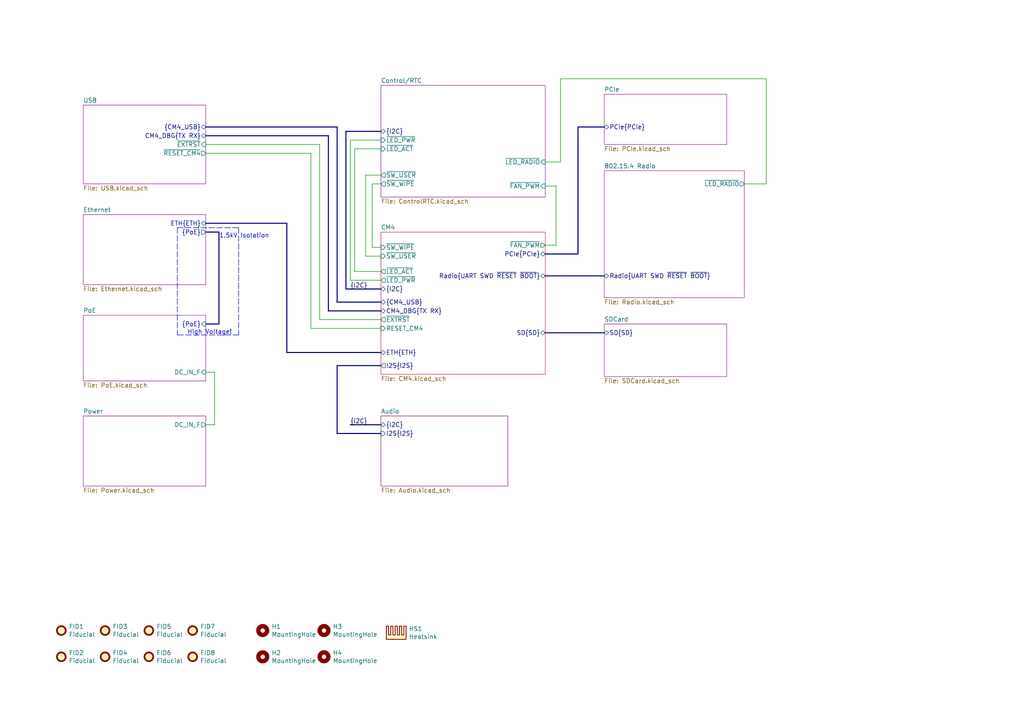
<source format=kicad_sch>
(kicad_sch (version 20210406) (generator eeschema)
  (paper "A4")
  (title_block (title "Overview") (date "2021-01-12") (rev "0.1") (company "Nabu Casa") (comment 1 "www.nabucasa.com") (comment 2 "Light Blue"))
  (lib_symbols
    (symbol "Mechanical:Fiducial"
      (property "Reference" "FID" (at 0 5.08 0))
      (property "Value" "Fiducial" (at 0 3.175 0))
      (symbol "Fiducial_0_1"
        (circle (center 0 0) (radius 1.27) (stroke (width 0.508)) (fill (type background)))
      )
    )
    (symbol "Mechanical:Heatsink" (pin_names (offset 1.016))
      (property "Reference" "HS" (at 0 5.08 0))
      (property "Value" "Heatsink" (at 0 -1.27 0))
      (symbol "Heatsink_0_1"
        (polyline (pts (xy -0.3302 1.27) (xy -0.9652 1.27) (xy -0.9652 3.81) (xy -1.6002 3.81) (xy -1.6002 1.27) (xy -2.2352 1.27) (xy -2.2352 3.81) (xy -2.8702 3.81) (xy -2.8702 0) (xy -0.9652 0)) (stroke (width 0.254)) (fill (type background)))
        (polyline (pts (xy -0.3302 1.27) (xy -0.3302 3.81) (xy 0.3048 3.81) (xy 0.3048 1.27) (xy 0.9398 1.27) (xy 0.9398 3.81) (xy 1.5748 3.81) (xy 1.5748 1.27) (xy 2.2098 1.27) (xy 2.2098 3.81) (xy 2.8448 3.81) (xy 2.8448 0) (xy -0.9652 0)) (stroke (width 0.254)) (fill (type background)))
      )
    )
    (symbol "Mechanical:MountingHole" (pin_names (offset 1.016))
      (property "Reference" "H" (at 0 5.08 0))
      (property "Value" "MountingHole" (at 0 3.175 0))
      (symbol "MountingHole_0_1"
        (circle (center 0 0) (radius 1.27) (stroke (width 1.27)))
      )
    )
  )
  (wire (pts (xy 59.69 44.45) (xy 90.17 44.45)))
  (wire (pts (xy 59.69 123.19) (xy 62.23 123.19)))
  (wire (pts (xy 62.23 107.95) (xy 59.69 107.95)))
  (wire (pts (xy 62.23 123.19) (xy 62.23 107.95)))
  (wire (pts (xy 90.17 44.45) (xy 90.17 95.25)))
  (wire (pts (xy 90.17 95.25) (xy 110.49 95.25)))
  (wire (pts (xy 92.71 41.91) (xy 59.69 41.91)))
  (wire (pts (xy 92.71 92.71) (xy 92.71 41.91)))
  (wire (pts (xy 101.6 40.64) (xy 110.49 40.64)))
  (wire (pts (xy 101.6 81.28) (xy 101.6 40.64)))
  (wire (pts (xy 102.87 43.18) (xy 110.49 43.18)))
  (wire (pts (xy 102.87 78.74) (xy 102.87 43.18)))
  (wire (pts (xy 106.045 50.8) (xy 106.045 74.295)))
  (wire (pts (xy 106.045 74.295) (xy 110.49 74.295)))
  (wire (pts (xy 107.95 53.34) (xy 110.49 53.34)))
  (wire (pts (xy 107.95 71.755) (xy 107.95 53.34)))
  (wire (pts (xy 110.49 50.8) (xy 106.045 50.8)))
  (wire (pts (xy 110.49 71.755) (xy 107.95 71.755)))
  (wire (pts (xy 110.49 78.74) (xy 102.87 78.74)))
  (wire (pts (xy 110.49 81.28) (xy 101.6 81.28)))
  (wire (pts (xy 110.49 92.71) (xy 92.71 92.71)))
  (wire (pts (xy 158.115 46.99) (xy 162.56 46.99)))
  (wire (pts (xy 158.115 71.12) (xy 161.29 71.12)))
  (wire (pts (xy 161.29 53.975) (xy 158.115 53.975)))
  (wire (pts (xy 161.29 53.975) (xy 161.29 71.12)))
  (wire (pts (xy 162.56 22.86) (xy 222.25 22.86)))
  (wire (pts (xy 162.56 46.99) (xy 162.56 22.86)))
  (wire (pts (xy 215.9 53.34) (xy 222.25 53.34)))
  (wire (pts (xy 222.25 22.86) (xy 222.25 53.34)))
  (bus (pts (xy 59.69 64.77) (xy 83.185 64.77)))
  (bus (pts (xy 59.69 67.31) (xy 63.5 67.31)))
  (bus (pts (xy 59.69 93.98) (xy 63.5 93.98)))
  (bus (pts (xy 63.5 67.31) (xy 63.5 93.98)))
  (bus (pts (xy 83.185 64.77) (xy 83.185 102.235)))
  (bus (pts (xy 83.185 102.235) (xy 110.49 102.235)))
  (bus (pts (xy 95.25 39.37) (xy 59.69 39.37)))
  (bus (pts (xy 95.25 90.17) (xy 95.25 39.37)))
  (bus (pts (xy 97.79 36.83) (xy 59.69 36.83)))
  (bus (pts (xy 97.79 87.63) (xy 97.79 36.83)))
  (bus (pts (xy 97.79 106.045) (xy 97.79 125.73)))
  (bus (pts (xy 97.79 125.73) (xy 110.49 125.73)))
  (bus (pts (xy 100.33 38.1) (xy 100.33 83.82)))
  (bus (pts (xy 100.33 38.1) (xy 110.49 38.1)))
  (bus (pts (xy 100.33 83.82) (xy 110.49 83.82)))
  (bus (pts (xy 101.6 123.19) (xy 110.49 123.19)))
  (bus (pts (xy 110.49 87.63) (xy 97.79 87.63)))
  (bus (pts (xy 110.49 90.17) (xy 95.25 90.17)))
  (bus (pts (xy 110.49 106.045) (xy 97.79 106.045)))
  (bus (pts (xy 158.115 73.66) (xy 167.64 73.66)))
  (bus (pts (xy 158.115 80.01) (xy 175.26 80.01)))
  (bus (pts (xy 158.115 96.52) (xy 175.26 96.52)))
  (bus (pts (xy 167.64 36.83) (xy 175.26 36.83)))
  (bus (pts (xy 167.64 73.66) (xy 167.64 36.83)))
  (polyline (pts (xy 51.435 66.04) (xy 51.435 97.155)) (stroke (width 0) (type dash)))
  (polyline (pts (xy 51.435 66.04) (xy 69.215 66.04)) (stroke (width 0) (type dash)))
  (polyline (pts (xy 69.215 66.04) (xy 69.215 97.155)) (stroke (width 0) (type dash)))
  (polyline (pts (xy 69.215 97.155) (xy 51.435 97.155)) (stroke (width 0) (type dash)))
  (text "High Voltage!" (at 67.31 97.155 180) (effects (font (size 1.27 1.27)) (justify right bottom)))
  (text "1.5kV Isolation" (at 78.105 69.215 180) (effects (font (size 1.27 1.27)) (justify right bottom)))
  (label "{I2C}" (at 101.6 83.82 0))
  (label "{I2C}" (at 101.6 123.19 0))
  (symbol (lib_id "Mechanical:Fiducial") (at 17.78 182.88 0) (unit 1) (in_bom no)
    (property "Reference" "FID1" (at 19.9391 181.7306 0) (effects (justify left)))
    (property "Value" "Fiducial" (at 19.9391 184.0293 0) (effects (justify left)))
    (property "Footprint" "Fiducial:Fiducial_1mm_Mask2mm" (effects hide))
  )
  (symbol (lib_id "Mechanical:Fiducial") (at 17.78 190.5 0) (unit 1) (in_bom no)
    (property "Reference" "FID2" (at 19.9391 189.3506 0) (effects (justify left)))
    (property "Value" "Fiducial" (at 19.9391 191.6493 0) (effects (justify left)))
    (property "Footprint" "Fiducial:Fiducial_1mm_Mask2mm" (effects hide))
  )
  (symbol (lib_id "Mechanical:Fiducial") (at 30.48 182.88 0) (unit 1) (in_bom no)
    (property "Reference" "FID3" (at 32.6391 181.7306 0) (effects (justify left)))
    (property "Value" "Fiducial" (at 32.6391 184.0293 0) (effects (justify left)))
    (property "Footprint" "Fiducial:Fiducial_1mm_Mask2mm" (effects hide))
  )
  (symbol (lib_id "Mechanical:Fiducial") (at 30.48 190.5 0) (unit 1) (in_bom no)
    (property "Reference" "FID4" (at 32.6391 189.3506 0) (effects (justify left)))
    (property "Value" "Fiducial" (at 32.6391 191.6493 0) (effects (justify left)))
    (property "Footprint" "Fiducial:Fiducial_1mm_Mask2mm" (effects hide))
  )
  (symbol (lib_id "Mechanical:Fiducial") (at 43.18 182.88 0) (unit 1) (in_bom no)
    (property "Reference" "FID5" (at 45.3391 181.7306 0) (effects (justify left)))
    (property "Value" "Fiducial" (at 45.3391 184.0293 0) (effects (justify left)))
    (property "Footprint" "Fiducial:Fiducial_1mm_Mask2mm" (effects hide))
  )
  (symbol (lib_id "Mechanical:Fiducial") (at 43.18 190.5 0) (unit 1) (in_bom no)
    (property "Reference" "FID6" (at 45.3391 189.3506 0) (effects (justify left)))
    (property "Value" "Fiducial" (at 45.3391 191.6493 0) (effects (justify left)))
    (property "Footprint" "Fiducial:Fiducial_1mm_Mask2mm" (effects hide))
  )
  (symbol (lib_id "Mechanical:Fiducial") (at 55.88 182.88 0) (unit 1) (in_bom no)
    (property "Reference" "FID7" (at 58.0391 181.7306 0) (effects (justify left)))
    (property "Value" "Fiducial" (at 58.0391 184.0293 0) (effects (justify left)))
    (property "Footprint" "Fiducial:Fiducial_1mm_Mask2mm" (effects hide))
  )
  (symbol (lib_id "Mechanical:Fiducial") (at 55.88 190.5 0) (unit 1) (in_bom no)
    (property "Reference" "FID8" (at 58.0391 189.3506 0) (effects (justify left)))
    (property "Value" "Fiducial" (at 58.0391 191.6493 0) (effects (justify left)))
    (property "Footprint" "Fiducial:Fiducial_1mm_Mask2mm" (effects hide))
  )
  (symbol (lib_id "Mechanical:MountingHole") (at 76.2 182.88 0) (unit 1) (in_bom no)
    (property "Reference" "H1" (at 78.7401 181.7306 0) (effects (justify left)))
    (property "Value" "MountingHole" (at 78.7401 184.0293 0) (effects (justify left)))
    (property "Footprint" "MountingHole:MountingHole_2.7mm_M2.5" (effects hide))
  )
  (symbol (lib_id "Mechanical:MountingHole") (at 76.2 190.5 0) (unit 1) (in_bom no)
    (property "Reference" "H2" (at 78.7401 189.3506 0) (effects (justify left)))
    (property "Value" "MountingHole" (at 78.7401 191.6493 0) (effects (justify left)))
    (property "Footprint" "MountingHole:MountingHole_2.7mm_M2.5" (effects hide))
  )
  (symbol (lib_id "Mechanical:MountingHole") (at 93.98 182.88 0) (unit 1) (in_bom no)
    (property "Reference" "H3" (at 96.5201 181.7306 0) (effects (justify left)))
    (property "Value" "MountingHole" (at 96.5201 184.0293 0) (effects (justify left)))
    (property "Footprint" "MountingHole:MountingHole_2.7mm_M2.5" (effects hide))
  )
  (symbol (lib_id "Mechanical:MountingHole") (at 93.98 190.5 0) (unit 1) (in_bom no)
    (property "Reference" "H4" (at 96.5201 189.3506 0) (effects (justify left)))
    (property "Value" "MountingHole" (at 96.5201 191.6493 0) (effects (justify left)))
    (property "Footprint" "MountingHole:MountingHole_2.7mm_M2.5" (effects hide))
  )
  (symbol (lib_id "Mechanical:Heatsink") (at 114.935 185.42 0) (unit 1)
    (property "Reference" "HS1" (at 118.5419 182.3656 0) (effects (justify left)))
    (property "Value" "Heatsink" (at 118.5419 184.6643 0) (effects (justify left)))
    (property "Footprint" "LightBlue:Heatsink_60x60mm_2xFixation3.2mm" (effects hide))
  )
  (sheet (at 175.26 49.53) (size 40.64 36.83) (stroke (width 0.001) (color 132 0 132 1)) (fill (color 255 255 255 0.0000))
    (property "Sheet name" "802.15.4 Radio" (at 175.26 48.8941 0) (effects (justify left bottom)))
    (property "Sheet file" "Radio.kicad_sch" (at 175.26 86.8689 0) (effects (justify left top)))
    (pin "~LED_RADIO" output (at 215.9 53.34 0))
    (pin "Radio{UART SWD ~RESET ~BOOT}" bidirectional (at 175.26 80.01 180))
  )
  (sheet (at 110.49 120.65) (size 36.83 20.32) (stroke (width 0.001) (color 132 0 132 1)) (fill (color 255 255 255 0.0000))
    (property "Sheet name" "Audio" (at 110.49 120.0141 0) (effects (justify left bottom)))
    (property "Sheet file" "Audio.kicad_sch" (at 110.49 141.4789 0) (effects (justify left top)))
    (pin "{I2C}" bidirectional (at 110.49 123.19 180))
    (pin "I2S{I2S}" input (at 110.49 125.73 180))
  )
  (sheet (at 110.49 67.31) (size 47.625 41.275) (stroke (width 0.001) (color 187 17 66 1)) (fill (color 255 255 255 0.0000))
    (property "Sheet name" "CM4" (at 110.49 66.6741 0) (effects (justify left bottom)))
    (property "Sheet file" "CM4.kicad_sch" (at 110.49 109.0939 0) (effects (justify left top)))
    (pin "ETH{ETH}" bidirectional (at 110.49 102.235 180))
    (pin "{CM4_USB}" bidirectional (at 110.49 87.63 180))
    (pin "PCIe{PCIe}" bidirectional (at 158.115 73.66 0))
    (pin "{I2C}" bidirectional (at 110.49 83.82 180))
    (pin "CM4_DBG{TX RX}" bidirectional (at 110.49 90.17 180))
    (pin "I2S{I2S}" output (at 110.49 106.045 180))
    (pin "~EXTRST" output (at 110.49 92.71 180))
    (pin "SD{SD}" bidirectional (at 158.115 96.52 0))
    (pin "~LED_PWR" output (at 110.49 81.28 180))
    (pin "~LED_ACT" output (at 110.49 78.74 180))
    (pin "~FAN_PWM" output (at 158.115 71.12 0))
    (pin "Radio{UART SWD ~RESET ~BOOT}" bidirectional (at 158.115 80.01 0))
    (pin "~SW_WIPE" input (at 110.49 71.755 180))
    (pin "~SW_USER" input (at 110.49 74.295 180))
    (pin "RESET_CM4" input (at 110.49 95.25 180))
  )
  (sheet (at 110.49 24.765) (size 47.625 32.385) (stroke (width 0.001) (color 132 0 132 1)) (fill (color 255 255 255 0.0000))
    (property "Sheet name" "Control/RTC" (at 110.49 24.1291 0) (effects (justify left bottom)))
    (property "Sheet file" "ControlRTC.kicad_sch" (at 110.49 57.6589 0) (effects (justify left top)))
    (pin "{I2C}" bidirectional (at 110.49 38.1 180))
    (pin "~LED_PWR" input (at 110.49 40.64 180))
    (pin "~FAN_PWM" input (at 158.115 53.975 0))
    (pin "~LED_RADIO" input (at 158.115 46.99 0))
    (pin "~LED_ACT" input (at 110.49 43.18 180))
    (pin "~SW_WIPE" output (at 110.49 53.34 180))
    (pin "~SW_USER" output (at 110.49 50.8 180))
  )
  (sheet (at 24.13 62.23) (size 35.56 20.32) (stroke (width 0.001) (color 132 0 132 1)) (fill (color 255 255 255 0.0000))
    (property "Sheet name" "Ethernet" (at 24.13 61.5941 0) (effects (justify left bottom)))
    (property "Sheet file" "Ethernet.kicad_sch" (at 24.13 83.0589 0) (effects (justify left top)))
    (pin "ETH{ETH}" bidirectional (at 59.69 64.77 0))
    (pin "{PoE}" output (at 59.69 67.31 0))
  )
  (sheet (at 175.26 27.305) (size 35.56 14.605) (stroke (width 0.001) (color 132 0 132 1)) (fill (color 255 255 255 0.0000))
    (property "Sheet name" "PCIe" (at 175.26 26.6691 0) (effects (justify left bottom)))
    (property "Sheet file" "PCIe.kicad_sch" (at 175.26 42.4189 0) (effects (justify left top)))
    (pin "PCIe{PCIe}" bidirectional (at 175.26 36.83 180))
  )
  (sheet (at 24.13 91.44) (size 35.56 19.05) (stroke (width 0.001) (color 132 0 132 1)) (fill (color 255 255 255 0.0000))
    (property "Sheet name" "PoE" (at 24.13 90.8041 0) (effects (justify left bottom)))
    (property "Sheet file" "PoE.kicad_sch" (at 24.13 110.9989 0) (effects (justify left top)))
    (pin "{PoE}" input (at 59.69 93.98 0))
    (pin "DC_IN_F" input (at 59.69 107.95 0))
  )
  (sheet (at 24.13 120.65) (size 35.56 20.32) (stroke (width 0.001) (color 132 0 132 1)) (fill (color 255 255 255 0.0000))
    (property "Sheet name" "Power" (at 24.13 120.0141 0) (effects (justify left bottom)))
    (property "Sheet file" "Power.kicad_sch" (at 24.13 141.4789 0) (effects (justify left top)))
    (pin "DC_IN_F" output (at 59.69 123.19 0))
  )
  (sheet (at 175.26 93.98) (size 35.56 15.24) (stroke (width 0.001) (color 132 0 132 1)) (fill (color 255 255 255 0.0000))
    (property "Sheet name" "SDCard" (at 175.26 93.3441 0) (effects (justify left bottom)))
    (property "Sheet file" "SDCard.kicad_sch" (at 175.26 109.7289 0) (effects (justify left top)))
    (pin "SD{SD}" bidirectional (at 175.26 96.52 180))
  )
  (sheet (at 24.13 30.48) (size 35.56 22.86) (stroke (width 0.001) (color 132 0 132 1)) (fill (color 255 255 255 0.0000))
    (property "Sheet name" "USB" (at 24.13 29.8441 0) (effects (justify left bottom)))
    (property "Sheet file" "USB.kicad_sch" (at 24.13 53.8489 0) (effects (justify left top)))
    (pin "{CM4_USB}" bidirectional (at 59.69 36.83 0))
    (pin "CM4_DBG{TX RX}" bidirectional (at 59.69 39.37 0))
    (pin "~EXTRST" input (at 59.69 41.91 0))
    (pin "~RESET_CM4" output (at 59.69 44.45 0))
  )
)
</source>
